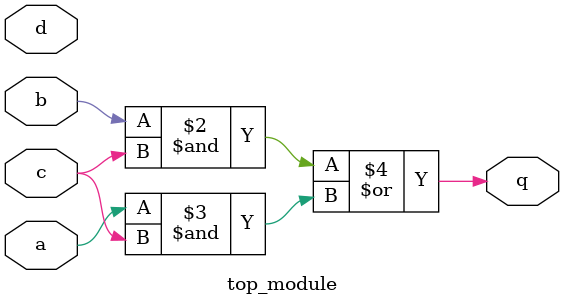
<source format=sv>
module top_module (
	input a, 
	input b, 
	input c, 
	input d,
	output reg q
);

always @(*) begin
    q = (b & c) | (a & c);
end

endmodule

</source>
